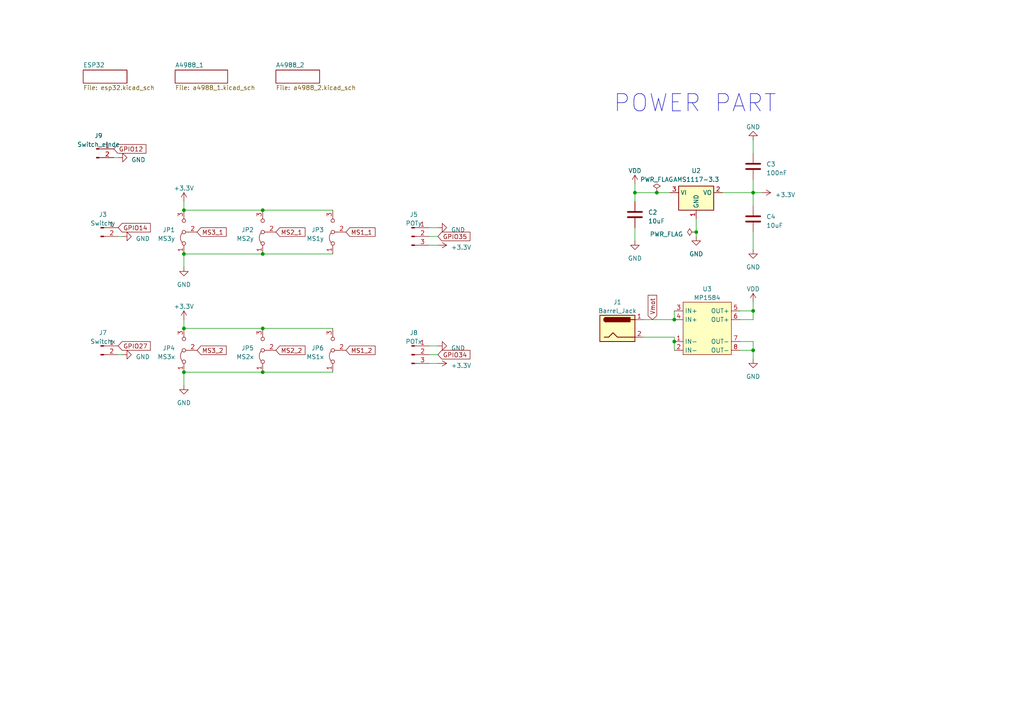
<source format=kicad_sch>
(kicad_sch (version 20230121) (generator eeschema)
  (paper "A4")
  (lib_symbols
    (symbol "Connector:Barrel_Jack" (pin_names (offset 1.016))
      (property "Reference" "J" (at 0 5.334 0))
      (property "Value" "Barrel_Jack" (at 0 -5.08 0))
      (symbol "Barrel_Jack_0_1"
        (rectangle (start -5.08 3.81) (end 5.08 -3.81) (stroke (width 0.254)) (fill (type background)))
        (arc (start -3.302 3.175) (mid -3.9343 2.54) (end -3.302 1.905) (stroke (width 0.254)))
        (arc (start -3.302 3.175) (mid -3.9343 2.54) (end -3.302 1.905) (stroke (width 0.254)) (fill (type outline)))
        (polyline (pts (xy 5.08 2.54) (xy 3.81 2.54)) (stroke (width 0.254)))
        (polyline (pts (xy -3.81 -2.54) (xy -2.54 -2.54) (xy -1.27 -1.27) (xy 0 -2.54) (xy 2.54 -2.54) (xy 5.08 -2.54)) (stroke (width 0.254)))
        (rectangle (start 3.683 3.175) (end -3.302 1.905) (stroke (width 0.254)) (fill (type outline)))
      )
      (symbol "Barrel_Jack_1_1"
        (pin passive line (at 7.62 2.54 180) (length 2.54) (name "~") (number "1"))
        (pin passive line (at 7.62 -2.54 180) (length 2.54) (name "~") (number "2"))
      )
    )
    (symbol "Connector:Conn_01x02_Pin" (pin_names (offset 1.016) hide)
      (property "Reference" "J" (at 0 2.54 0))
      (property "Value" "Conn_01x02_Pin" (at 0 -5.08 0))
      (symbol "Conn_01x02_Pin_1_1"
        (polyline (pts (xy 1.27 -2.54) (xy 0.8636 -2.54)) (stroke (width 0.1524)))
        (polyline (pts (xy 1.27 0) (xy 0.8636 0)) (stroke (width 0.1524)))
        (rectangle (start 0.8636 -2.413) (end 0 -2.667) (stroke (width 0.1524)) (fill (type outline)))
        (rectangle (start 0.8636 0.127) (end 0 -0.127) (stroke (width 0.1524)) (fill (type outline)))
        (pin passive line (at 5.08 0 180) (length 3.81) (name "Pin_1") (number "1"))
        (pin passive line (at 5.08 -2.54 180) (length 3.81) (name "Pin_2") (number "2"))
      )
    )
    (symbol "Connector:Conn_01x03_Pin" (pin_names (offset 1.016) hide)
      (property "Reference" "J" (at 0 5.08 0))
      (property "Value" "Conn_01x03_Pin" (at 0 -5.08 0))
      (symbol "Conn_01x03_Pin_1_1"
        (polyline (pts (xy 1.27 -2.54) (xy 0.8636 -2.54)) (stroke (width 0.1524)))
        (polyline (pts (xy 1.27 0) (xy 0.8636 0)) (stroke (width 0.1524)))
        (polyline (pts (xy 1.27 2.54) (xy 0.8636 2.54)) (stroke (width 0.1524)))
        (rectangle (start 0.8636 -2.413) (end 0 -2.667) (stroke (width 0.1524)) (fill (type outline)))
        (rectangle (start 0.8636 0.127) (end 0 -0.127) (stroke (width 0.1524)) (fill (type outline)))
        (rectangle (start 0.8636 2.667) (end 0 2.413) (stroke (width 0.1524)) (fill (type outline)))
        (pin passive line (at 5.08 2.54 180) (length 3.81) (name "Pin_1") (number "1"))
        (pin passive line (at 5.08 0 180) (length 3.81) (name "Pin_2") (number "2"))
        (pin passive line (at 5.08 -2.54 180) (length 3.81) (name "Pin_3") (number "3"))
      )
    )
    (symbol "Device:C" (pin_numbers hide) (pin_names (offset 0.254))
      (property "Reference" "C" (at 0.635 2.54 0))
      (property "Value" "C" (at 0.635 -2.54 0))
      (symbol "C_0_1"
        (polyline (pts (xy -2.032 -0.762) (xy 2.032 -0.762)) (stroke (width 0.508)))
        (polyline (pts (xy -2.032 0.762) (xy 2.032 0.762)) (stroke (width 0.508)))
      )
      (symbol "C_1_1"
        (pin passive line (at 0 3.81 270) (length 2.794) (name "~") (number "1"))
        (pin passive line (at 0 -3.81 90) (length 2.794) (name "~") (number "2"))
      )
    )
    (symbol "Jumper:Jumper_3_Bridged12" (pin_names (offset 0) hide)
      (property "Reference" "JP" (at -2.54 -2.54 0))
      (property "Value" "Jumper_3_Bridged12" (at 0 2.794 0))
      (symbol "Jumper_3_Bridged12_0_0"
        (circle (center -3.302 0) (radius 0.508))
        (circle (center 0 0) (radius 0.508))
        (circle (center 3.302 0) (radius 0.508))
      )
      (symbol "Jumper_3_Bridged12_0_1"
        (arc (start -0.254 0.508) (mid -1.651 0.9912) (end -3.048 0.508))
        (polyline (pts (xy 0 -1.27) (xy 0 -0.508)))
      )
      (symbol "Jumper_3_Bridged12_1_1"
        (pin passive line (at -6.35 0 0) (length 2.54) (name "A") (number "1"))
        (pin passive line (at 0 -3.81 90) (length 2.54) (name "C") (number "2"))
        (pin passive line (at 6.35 0 180) (length 2.54) (name "B") (number "3"))
      )
    )
    (symbol "Lib:MP1584"
      (property "Reference" "U" (at 0 2.54 0))
      (property "Value" "MP1584" (at 2.54 5.08 0))
      (symbol "MP1584_1_1"
        (rectangle (start -3.81 1.27) (end 10.16 -13.97) (fill (type background)))
        (pin input line (at -6.35 -10.16 0) (length 2.54) (name "IN-") (number "1"))
        (pin input line (at -6.35 -12.7 0) (length 2.54) (name "IN-") (number "2"))
        (pin input line (at -6.35 -1.27 0) (length 2.54) (name "IN+") (number "3"))
        (pin input line (at -6.35 -3.81 0) (length 2.54) (name "IN+") (number "4"))
        (pin input line (at 12.7 -1.27 180) (length 2.54) (name "OUT+") (number "5"))
        (pin input line (at 12.7 -3.81 180) (length 2.54) (name "OUT+") (number "6"))
        (pin input line (at 12.7 -10.16 180) (length 2.54) (name "OUT-") (number "7"))
        (pin input line (at 12.7 -12.7 180) (length 2.54) (name "OUT-") (number "8"))
      )
    )
    (symbol "Regulator_Linear:AMS1117-3.3"
      (property "Reference" "U" (at -3.81 3.175 0))
      (property "Value" "AMS1117-3.3" (at 0 3.175 0))
      (symbol "AMS1117-3.3_0_1"
        (rectangle (start -5.08 -5.08) (end 5.08 1.905) (stroke (width 0.254)) (fill (type background)))
      )
      (symbol "AMS1117-3.3_1_1"
        (pin power_in line (at 0 -7.62 90) (length 2.54) (name "GND") (number "1"))
        (pin power_out line (at 7.62 0 180) (length 2.54) (name "VO") (number "2"))
        (pin power_in line (at -7.62 0 0) (length 2.54) (name "VI") (number "3"))
      )
    )
    (symbol "power:+3.3V" (power) (pin_names (offset 0))
      (property "Value" "+3.3V" (at 0 3.556 0))
      (symbol "+3.3V_0_1"
        (polyline (pts (xy -0.762 1.27) (xy 0 2.54)))
        (polyline (pts (xy 0 0) (xy 0 2.54)))
        (polyline (pts (xy 0 2.54) (xy 0.762 1.27)))
      )
      (symbol "+3.3V_1_1"
        (pin power_in line (at 0 0 90) (length 0) hide (name "+3.3V") (number "1"))
      )
    )
    (symbol "power:GND" (power) (pin_names (offset 0))
      (property "Value" "GND" (at 0 -3.81 0))
      (symbol "GND_0_1"
        (polyline (pts (xy 0 0) (xy 0 -1.27) (xy 1.27 -1.27) (xy 0 -2.54) (xy -1.27 -1.27) (xy 0 -1.27)))
      )
      (symbol "GND_1_1"
        (pin power_in line (at 0 0 270) (length 0) hide (name "GND") (number "1"))
      )
    )
    (symbol "power:PWR_FLAG" (power) (pin_numbers hide) (pin_names (offset 0) hide)
      (property "Value" "PWR_FLAG" (at 0 3.81 0))
      (symbol "PWR_FLAG_0_0"
        (pin power_out line (at 0 0 90) (length 0) (name "pwr") (number "1"))
      )
      (symbol "PWR_FLAG_0_1"
        (polyline (pts (xy 0 0) (xy 0 1.27) (xy -1.016 1.905) (xy 0 2.54) (xy 1.016 1.905) (xy 0 1.27)))
      )
    )
    (symbol "power:VDD" (power) (pin_names (offset 0))
      (property "Value" "VDD" (at 0 3.81 0))
      (symbol "VDD_0_1"
        (polyline (pts (xy -0.762 1.27) (xy 0 2.54)))
        (polyline (pts (xy 0 0) (xy 0 2.54)))
        (polyline (pts (xy 0 2.54) (xy 0.762 1.27)))
      )
      (symbol "VDD_1_1"
        (pin power_in line (at 0 0 90) (length 0) hide (name "VDD") (number "1"))
      )
    )
  )
  (junction (at 218.44 90.17))
  (junction (at 218.44 101.6))
  (junction (at 53.34 73.66))
  (junction (at 53.34 107.95))
  (junction (at 218.44 55.88))
  (junction (at 195.58 99.06))
  (junction (at 195.58 92.71))
  (junction (at 76.2 95.25))
  (junction (at 201.93 67.31))
  (junction (at 190.5 55.88))
  (junction (at 53.34 95.25))
  (junction (at 76.2 73.66))
  (junction (at 76.2 107.95))
  (junction (at 184.15 55.88))
  (junction (at 76.2 60.96))
  (junction (at 53.34 60.96))
  (wire (pts (xy 76.2 107.95) (xy 53.34 107.95)))
  (wire (pts (xy 53.34 60.96) (xy 76.2 60.96)))
  (wire (pts (xy 218.44 52.07) (xy 218.44 55.88)))
  (wire (pts (xy 53.34 58.42) (xy 53.34 60.96)))
  (wire (pts (xy 53.34 107.95) (xy 53.34 111.76)))
  (wire (pts (xy 53.34 92.71) (xy 53.34 95.25)))
  (wire (pts (xy 127 66.04) (xy 124.46 66.04)))
  (wire (pts (xy 127 100.33) (xy 124.46 100.33)))
  (wire (pts (xy 76.2 73.66) (xy 53.34 73.66)))
  (wire (pts (xy 218.44 90.17) (xy 218.44 87.63)))
  (wire (pts (xy 218.44 55.88) (xy 218.44 59.69)))
  (wire (pts (xy 184.15 55.88) (xy 184.15 58.42)))
  (wire (pts (xy 218.44 104.14) (xy 218.44 101.6)))
  (wire (pts (xy 127 71.12) (xy 124.46 71.12)))
  (wire (pts (xy 33.02 45.72) (xy 34.29 45.72)))
  (wire (pts (xy 96.52 107.95) (xy 76.2 107.95)))
  (wire (pts (xy 195.58 97.79) (xy 195.58 99.06)))
  (wire (pts (xy 214.63 101.6) (xy 218.44 101.6)))
  (wire (pts (xy 218.44 99.06) (xy 214.63 99.06)))
  (wire (pts (xy 96.52 73.66) (xy 76.2 73.66)))
  (wire (pts (xy 201.93 63.5) (xy 201.93 67.31)))
  (wire (pts (xy 218.44 92.71) (xy 218.44 90.17)))
  (wire (pts (xy 186.69 97.79) (xy 195.58 97.79)))
  (wire (pts (xy 186.69 92.71) (xy 195.58 92.71)))
  (wire (pts (xy 218.44 55.88) (xy 220.98 55.88)))
  (wire (pts (xy 184.15 53.34) (xy 184.15 55.88)))
  (wire (pts (xy 218.44 101.6) (xy 218.44 99.06)))
  (wire (pts (xy 218.44 40.64) (xy 218.44 44.45)))
  (wire (pts (xy 127 102.87) (xy 124.46 102.87)))
  (wire (pts (xy 53.34 73.66) (xy 53.34 77.47)))
  (wire (pts (xy 34.29 102.87) (xy 35.56 102.87)))
  (wire (pts (xy 76.2 95.25) (xy 96.52 95.25)))
  (wire (pts (xy 201.93 67.31) (xy 201.93 68.58)))
  (wire (pts (xy 127 105.41) (xy 124.46 105.41)))
  (wire (pts (xy 209.55 55.88) (xy 218.44 55.88)))
  (wire (pts (xy 53.34 95.25) (xy 76.2 95.25)))
  (wire (pts (xy 184.15 66.04) (xy 184.15 69.85)))
  (wire (pts (xy 214.63 92.71) (xy 218.44 92.71)))
  (wire (pts (xy 214.63 90.17) (xy 218.44 90.17)))
  (wire (pts (xy 184.15 55.88) (xy 190.5 55.88)))
  (wire (pts (xy 218.44 67.31) (xy 218.44 72.39)))
  (wire (pts (xy 190.5 55.88) (xy 194.31 55.88)))
  (wire (pts (xy 127 68.58) (xy 124.46 68.58)))
  (wire (pts (xy 195.58 92.71) (xy 195.58 90.17)))
  (wire (pts (xy 195.58 99.06) (xy 195.58 101.6)))
  (wire (pts (xy 34.29 68.58) (xy 35.56 68.58)))
  (wire (pts (xy 76.2 60.96) (xy 96.52 60.96)))
  (text "POWER PART" (at 177.8 33.02 0) (effects (font (size 5 5)) (justify left bottom)))
  (global_label "MS3_1" (shape input) (at 57.15 67.31 0) (property "Intersheetrefs" "${INTERSHEET_REFS}" (effects hide)))
  (global_label "GPIO12" (shape input) (at 33.02 43.18 0) (property "Intersheetrefs" "${INTERSHEET_REFS}" (effects hide)))
  (global_label "GPIO35" (shape input) (at 127 68.58 0) (property "Intersheetrefs" "${INTERSHEET_REFS}" (effects hide)))
  (global_label "GPIO34" (shape input) (at 127 102.87 0) (property "Intersheetrefs" "${INTERSHEET_REFS}" (effects hide)))
  (global_label "MS2_1" (shape input) (at 80.01 67.31 0) (property "Intersheetrefs" "${INTERSHEET_REFS}" (effects hide)))
  (global_label "GPIO14" (shape input) (at 34.29 66.04 0) (property "Intersheetrefs" "${INTERSHEET_REFS}" (effects hide)))
  (global_label "GPIO27" (shape input) (at 34.29 100.33 0) (property "Intersheetrefs" "${INTERSHEET_REFS}" (effects hide)))
  (global_label "MS1_2" (shape input) (at 100.33 101.6 0) (property "Intersheetrefs" "${INTERSHEET_REFS}" (effects hide)))
  (global_label "MS2_2" (shape input) (at 80.01 101.6 0) (property "Intersheetrefs" "${INTERSHEET_REFS}" (effects hide)))
  (global_label "Vmot" (shape input) (at 189.23 92.71 90) (property "Intersheetrefs" "${INTERSHEET_REFS}" (effects hide)))
  (global_label "MS1_1" (shape input) (at 100.33 67.31 0) (property "Intersheetrefs" "${INTERSHEET_REFS}" (effects hide)))
  (global_label "MS3_2" (shape input) (at 57.15 101.6 0) (property "Intersheetrefs" "${INTERSHEET_REFS}" (effects hide)))
  (symbol (lib_id "Device:C") (at 218.44 63.5 0) (unit 1)
    (property "Reference" "C4" (at 222.25 62.865 0) (effects (justify left)))
    (property "Value" "10uF" (at 222.25 65.405 0) (effects (justify left)))
    (property "Footprint" "Capacitor_SMD:C_0805_2012Metric_Pad1.18x1.45mm_HandSolder" (effects hide))
  )
  (symbol (lib_id "Connector:Barrel_Jack") (at 179.07 95.25 0) (unit 1)
    (property "Reference" "J1" (at 179.07 87.63 0))
    (property "Value" "Barrel_Jack" (at 179.07 90.17 0))
    (property "Footprint" "Connector_BarrelJack:BarrelJack_GCT_DCJ200-10-A_Horizontal" (effects hide))
  )
  (symbol (lib_id "power:PWR_FLAG") (at 201.93 67.31 90) (unit 1)
    (property "Reference" "#FLG02" (effects hide))
    (property "Value" "PWR_FLAG" (at 198.12 67.945 90) (effects (justify left)))
  )
  (symbol (lib_id "Jumper:Jumper_3_Bridged12") (at 96.52 67.31 90) (unit 1)
    (property "Reference" "JP3" (at 93.98 66.675 90) (effects (justify left)))
    (property "Value" "MS1y" (at 93.98 69.215 90) (effects (justify left)))
    (property "Footprint" "Jumper:SolderJumper-3_P1.3mm_Open_Pad1.0x1.5mm" (effects hide))
  )
  (symbol (lib_id "power:PWR_FLAG") (at 190.5 55.88 0) (unit 1)
    (property "Reference" "#FLG01" (effects hide))
    (property "Value" "PWR_FLAG" (at 190.5 52.07 0))
  )
  (symbol (lib_id "power:+3.3V") (at 53.34 92.71 0) (unit 1)
    (property "Reference" "#PWR048" (effects hide))
    (property "Value" "+3.3V" (at 53.34 88.9 0))
  )
  (symbol (lib_id "Lib:MP1584") (at 201.93 88.9 0) (unit 1)
    (property "Reference" "U3" (at 205.105 83.82 0))
    (property "Value" "MP1584" (at 205.105 86.36 0))
    (property "Footprint" "Library:U1584" (effects hide))
  )
  (symbol (lib_id "power:GND") (at 184.15 69.85 0) (unit 1)
    (property "Reference" "#PWR015" (effects hide))
    (property "Value" "GND" (at 184.15 74.93 0))
  )
  (symbol (lib_id "Connector:Conn_01x03_Pin") (at 119.38 68.58 0) (unit 1)
    (property "Reference" "J5" (at 120.015 62.23 0))
    (property "Value" "POTy" (at 120.015 64.77 0))
    (property "Footprint" "Connector_PinHeader_2.54mm:PinHeader_1x03_P2.54mm_Vertical" (effects hide))
  )
  (symbol (lib_id "Jumper:Jumper_3_Bridged12") (at 76.2 101.6 90) (unit 1)
    (property "Reference" "JP5" (at 73.66 100.965 90) (effects (justify left)))
    (property "Value" "MS2x" (at 73.66 103.505 90) (effects (justify left)))
    (property "Footprint" "Jumper:SolderJumper-3_P1.3mm_Open_Pad1.0x1.5mm" (effects hide))
  )
  (symbol (lib_id "power:GND") (at 35.56 68.58 90) (unit 1)
    (property "Reference" "#PWR024" (effects hide))
    (property "Value" "GND" (at 39.37 69.215 90) (effects (justify right)))
  )
  (symbol (lib_id "power:GND") (at 127 100.33 90) (unit 1)
    (property "Reference" "#PWR050" (effects hide))
    (property "Value" "GND" (at 130.81 100.965 90) (effects (justify right)))
  )
  (symbol (lib_id "Connector:Conn_01x03_Pin") (at 119.38 102.87 0) (unit 1)
    (property "Reference" "J8" (at 120.015 96.52 0))
    (property "Value" "POTx" (at 120.015 99.06 0))
    (property "Footprint" "Connector_PinHeader_2.54mm:PinHeader_1x03_P2.54mm_Vertical" (effects hide))
  )
  (symbol (lib_id "power:GND") (at 218.44 40.64 180) (unit 1)
    (property "Reference" "#PWR019" (effects hide))
    (property "Value" "GND" (at 218.44 36.83 0))
  )
  (symbol (lib_id "power:GND") (at 53.34 77.47 0) (unit 1)
    (property "Reference" "#PWR027" (effects hide))
    (property "Value" "GND" (at 53.34 82.55 0))
  )
  (symbol (lib_id "Jumper:Jumper_3_Bridged12") (at 53.34 101.6 90) (unit 1)
    (property "Reference" "JP4" (at 50.8 100.965 90) (effects (justify left)))
    (property "Value" "MS3x" (at 50.8 103.505 90) (effects (justify left)))
    (property "Footprint" "Jumper:SolderJumper-3_P1.3mm_Open_Pad1.0x1.5mm" (effects hide))
  )
  (symbol (lib_id "power:+3.3V") (at 127 71.12 270) (unit 1)
    (property "Reference" "#PWR035" (effects hide))
    (property "Value" "+3.3V" (at 130.81 71.755 90) (effects (justify left)))
  )
  (symbol (lib_id "power:+3.3V") (at 53.34 58.42 0) (unit 1)
    (property "Reference" "#PWR026" (effects hide))
    (property "Value" "+3.3V" (at 53.34 54.61 0))
  )
  (symbol (lib_id "power:GND") (at 218.44 72.39 0) (unit 1)
    (property "Reference" "#PWR020" (effects hide))
    (property "Value" "GND" (at 218.44 77.47 0))
  )
  (symbol (lib_id "Regulator_Linear:AMS1117-3.3") (at 201.93 55.88 0) (unit 1)
    (property "Reference" "U2" (at 201.93 49.53 0))
    (property "Value" "AMS1117-3.3" (at 201.93 52.07 0))
    (property "Footprint" "Package_TO_SOT_SMD:SOT-223-3_TabPin2" (effects hide))
    (property "Datasheet" "http://www.advanced-monolithic.com/pdf/ds1117.pdf" (effects hide))
  )
  (symbol (lib_id "Connector:Conn_01x02_Pin") (at 27.94 43.18 0) (unit 1)
    (property "Reference" "J9" (at 28.575 39.37 0))
    (property "Value" "Switch_einde" (at 28.575 41.91 0))
    (property "Footprint" "Connector_PinHeader_2.54mm:PinHeader_1x02_P2.54mm_Vertical" (effects hide))
  )
  (symbol (lib_id "power:VDD") (at 218.44 87.63 0) (unit 1)
    (property "Reference" "#PWR021" (effects hide))
    (property "Value" "VDD" (at 218.44 83.82 0))
  )
  (symbol (lib_id "Jumper:Jumper_3_Bridged12") (at 96.52 101.6 90) (unit 1)
    (property "Reference" "JP6" (at 93.98 100.965 90) (effects (justify left)))
    (property "Value" "MS1x" (at 93.98 103.505 90) (effects (justify left)))
    (property "Footprint" "Jumper:SolderJumper-3_P1.3mm_Open_Pad1.0x1.5mm" (effects hide))
  )
  (symbol (lib_id "power:VDD") (at 184.15 53.34 0) (unit 1)
    (property "Reference" "#PWR014" (effects hide))
    (property "Value" "VDD" (at 184.15 49.53 0))
  )
  (symbol (lib_id "power:GND") (at 201.93 68.58 0) (unit 1)
    (property "Reference" "#PWR018" (effects hide))
    (property "Value" "GND" (at 201.93 73.66 0))
  )
  (symbol (lib_id "Jumper:Jumper_3_Bridged12") (at 76.2 67.31 90) (unit 1)
    (property "Reference" "JP2" (at 73.66 66.675 90) (effects (justify left)))
    (property "Value" "MS2y" (at 73.66 69.215 90) (effects (justify left)))
    (property "Footprint" "Jumper:SolderJumper-3_P1.3mm_Open_Pad1.0x1.5mm" (effects hide))
  )
  (symbol (lib_id "power:+3.3V") (at 127 105.41 270) (unit 1)
    (property "Reference" "#PWR051" (effects hide))
    (property "Value" "+3.3V" (at 130.81 106.045 90) (effects (justify left)))
  )
  (symbol (lib_id "power:GND") (at 218.44 104.14 0) (unit 1)
    (property "Reference" "#PWR022" (effects hide))
    (property "Value" "GND" (at 218.44 109.22 0))
  )
  (symbol (lib_id "power:+3.3V") (at 220.98 55.88 270) (unit 1)
    (property "Reference" "#PWR023" (effects hide))
    (property "Value" "+3.3V" (at 224.79 56.515 90) (effects (justify left)))
  )
  (symbol (lib_id "power:GND") (at 35.56 102.87 90) (unit 1)
    (property "Reference" "#PWR047" (effects hide))
    (property "Value" "GND" (at 39.37 103.505 90) (effects (justify right)))
  )
  (symbol (lib_id "power:GND") (at 127 66.04 90) (unit 1)
    (property "Reference" "#PWR034" (effects hide))
    (property "Value" "GND" (at 130.81 66.675 90) (effects (justify right)))
  )
  (symbol (lib_id "Connector:Conn_01x02_Pin") (at 29.21 100.33 0) (unit 1)
    (property "Reference" "J7" (at 29.845 96.52 0))
    (property "Value" "Switchx" (at 29.845 99.06 0))
    (property "Footprint" "Connector_PinHeader_2.54mm:PinHeader_1x02_P2.54mm_Vertical" (effects hide))
  )
  (symbol (lib_id "Connector:Conn_01x02_Pin") (at 29.21 66.04 0) (unit 1)
    (property "Reference" "J3" (at 29.845 62.23 0))
    (property "Value" "Switchy" (at 29.845 64.77 0))
    (property "Footprint" "Connector_PinHeader_2.54mm:PinHeader_1x02_P2.54mm_Vertical" (effects hide))
  )
  (symbol (lib_id "Device:C") (at 218.44 48.26 0) (unit 1)
    (property "Reference" "C3" (at 222.25 47.625 0) (effects (justify left)))
    (property "Value" "100nF" (at 222.25 50.165 0) (effects (justify left)))
    (property "Footprint" "Capacitor_SMD:C_0805_2012Metric_Pad1.18x1.45mm_HandSolder" (effects hide))
  )
  (symbol (lib_id "power:GND") (at 53.34 111.76 0) (unit 1)
    (property "Reference" "#PWR049" (effects hide))
    (property "Value" "GND" (at 53.34 116.84 0))
  )
  (symbol (lib_id "Device:C") (at 184.15 62.23 0) (unit 1)
    (property "Reference" "C2" (at 187.96 61.595 0) (effects (justify left)))
    (property "Value" "10uF" (at 187.96 64.135 0) (effects (justify left)))
    (property "Footprint" "Capacitor_SMD:C_0805_2012Metric_Pad1.18x1.45mm_HandSolder" (effects hide))
  )
  (symbol (lib_id "Jumper:Jumper_3_Bridged12") (at 53.34 67.31 90) (unit 1)
    (property "Reference" "JP1" (at 50.8 66.675 90) (effects (justify left)))
    (property "Value" "MS3y" (at 50.8 69.215 90) (effects (justify left)))
    (property "Footprint" "Jumper:SolderJumper-3_P1.3mm_Open_Pad1.0x1.5mm" (effects hide))
  )
  (symbol (lib_id "power:GND") (at 34.29 45.72 90) (unit 1)
    (property "Reference" "#PWR052" (effects hide))
    (property "Value" "GND" (at 38.1 46.355 90) (effects (justify right)))
  )
  (sheet (at 24.13 20.32) (size 12.7 3.81) (stroke (width 0.1524))
    (property "Sheetname" "ESP32" (at 24.13 19.6084 0) (effects (justify left bottom)))
    (property "Sheetfile" "esp32.kicad_sch" (at 24.13 24.7146 0) (effects (justify left top)))
  )
  (sheet (at 80.01 20.32) (size 12.7 3.81) (stroke (width 0.1524))
    (property "Sheetname" "A4988_2" (at 80.01 19.6084 0) (effects (justify left bottom)))
    (property "Sheetfile" "a4988_2.kicad_sch" (at 80.01 24.7146 0) (effects (justify left top)))
  )
  (sheet (at 50.8 20.32) (size 15.24 3.81) (stroke (width 0.1524))
    (property "Sheetname" "A4988_1" (at 50.8 19.6084 0) (effects (justify left bottom)))
    (property "Sheetfile" "a4988_1.kicad_sch" (at 50.8 24.7146 0) (effects (justify left top)))
  )
)
</source>
